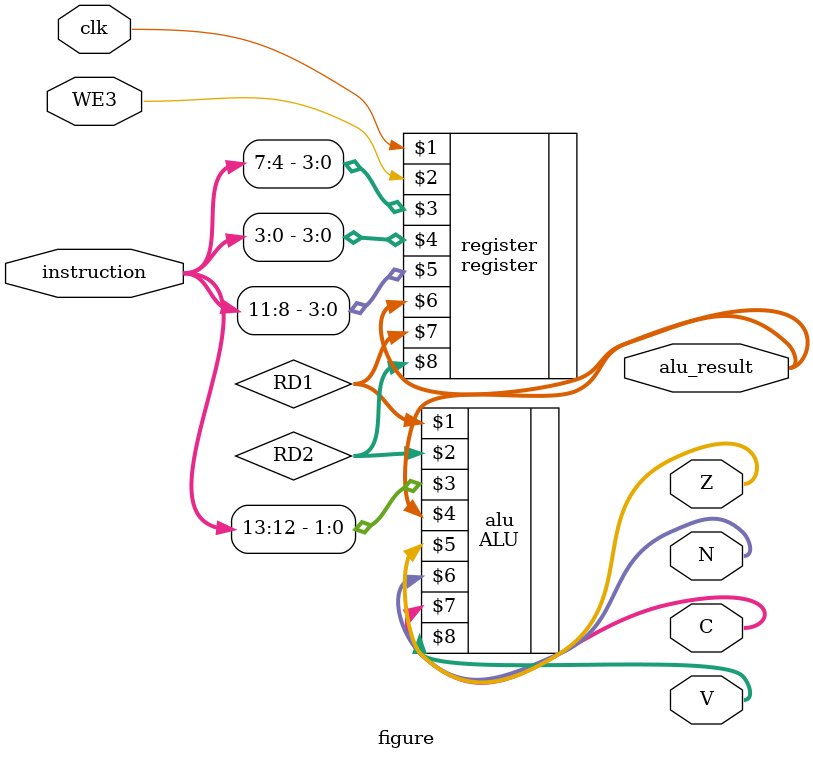
<source format=sv>
`include "register.sv"
`include "alu.sv"

module figure (
  input logic clk,
  input logic WE3,
  input logic [13:0] instruction,
  output logic [3:0] Z, N, C, V,
  output logic [31:0] alu_result);
  
  wire [31:0] RD1, RD2;
  
   ALU alu (RD1, RD2, instruction[13:12], alu_result, Z, N, C, V);
  register register (clk, WE3, instruction[7:4], instruction[3:0], instruction[11:8], alu_result, RD1, RD2);
 
  
    
endmodule

    

</source>
